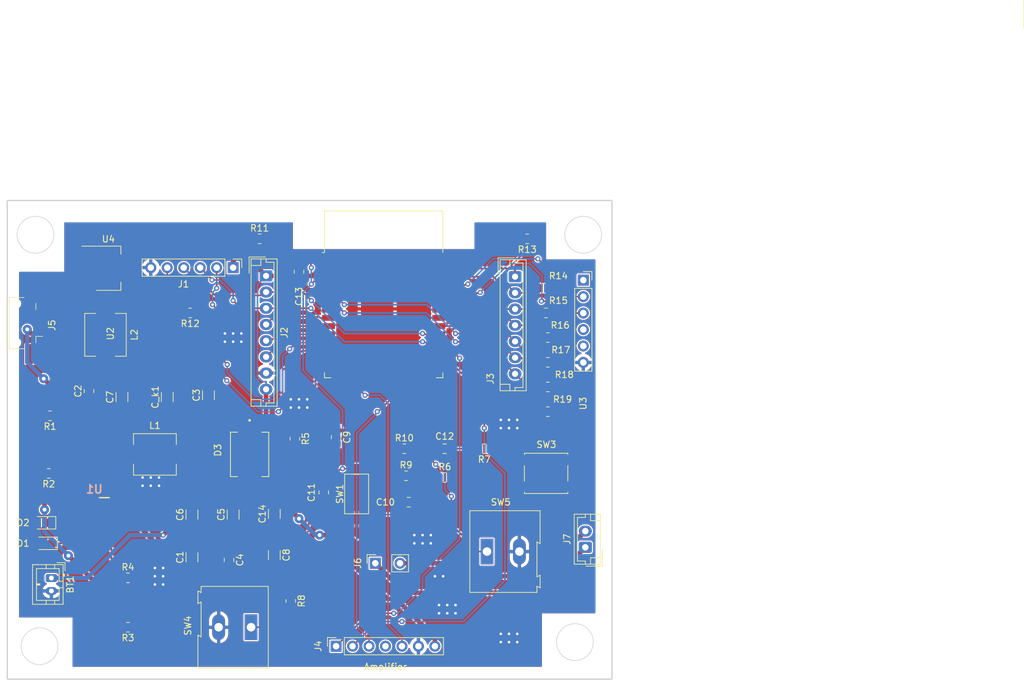
<source format=kicad_pcb>
(kicad_pcb (version 20211014) (generator pcbnew)
  (layers (0 "F.Cu" signal) (31 "B.Cu" signal) (34 "B.Paste" user) (35 "F.Paste" user) (36 "B.SilkS" user "B.Silkscreen") (37 "F.SilkS" user "F.Silkscreen") (38 "B.Mask" user) (39 "F.Mask" user) (44 "Edge.Cuts" user))
  (net 0 "")
  (net 1 "+5V")
  (net 2 "GND")
  (net 3 "/BW")
  (net 4 "/FW")
  (net 5 "+3V3")
  (net 6 "Net-(D1-Pad1)")
  (net 7 "Net-(D1-Pad2)")
  (net 8 "Net-(D2-Pad1)")
  (net 9 "Net-(R7-Pad1)")
  (net 12 "/EN")
  (net 13 "/Prom")
  (net 14 "/MOSI")
  (net 15 "/SDCS")
  (net 16 "/SCK")
  (net 24 "/D{slash}C")
  (net 25 "/Rst_d")
  (net 26 "/CS")
  (net 27 "/SDMISO")
  (net 29 "/T1")
  (net 30 "/T2")
  (net 31 "/T3")
  (net 32 "/T4")
  (net 33 "/T5")
  (net 34 "/T6")
  (net 35 "/I2S_DIN")
  (net 36 "/I2S_CLK")
  (net 37 "/I2S_WS")
  (net 38 "/Power/D-")
  (net 39 "/Power/D+")
  (net 41 "Net-(R4-Pad1)")
  (net 42 "Net-(R8-Pad2)")
  (net 43 "Net-(R10-Pad2)")
  (net 44 "/TX_D0")
  (net 45 "/RX_D0")
  (net 46 "/T7")
  (net 47 "/Power/5V_USB")
  (net 48 "Net-(J5-Pad6)")
  (net 49 "Net-(BT1-Pad1)")
  (net 53 "Net-(C1-Pad1)")
  (net 54 "/Power/5V")
  (net 55 "/I2S_SD")
  (net 57 "Net-(J6-Pad1)")
  (net 58 "Net-(J6-Pad2)")
  (footprint "Capacitor_SMD:C_0805_2012Metric_Pad1.18x1.45mm_HandSolder" (layer "F.Cu") (at 86.36 91.5725 -90)
    (fp_text reference "C9")
    (fp_text value "100n")
  )
  (footprint "Capacitor_SMD:C_0805_2012Metric_Pad1.18x1.45mm_HandSolder" (layer "F.Cu") (at 48.26 84.455 90)
    (fp_text reference "C2")
    (fp_text value "0.1u")
  )
  (footprint "Package_TO_SOT_SMD:SOT-223-3_TabPin2" (layer "F.Cu") (at 51.2576 65.4952)
    (fp_text reference "U4")
    (fp_text value "AMS1117-3.3")
  )
  (footprint "Resistor_SMD:R_0805_2012Metric_Pad1.20x1.40mm_HandSolder" (layer "F.Cu") (at 74.565 60.96)
    (fp_text reference "R11")
    (fp_text value "10k")
  )
  (footprint "Resistor_SMD:R_0805_2012Metric_Pad1.20x1.40mm_HandSolder" (layer "F.Cu") (at 97.155 97.52)
    (fp_text reference "R9")
    (fp_text value "51k")
  )
  (footprint "TerminalBlock:TerminalBlock_Altech_AK300-2_P5.00mm" (layer "F.Cu") (at 109.63 109.22)
    (fp_text reference "SW5")
    (fp_text value "FW")
  )
  (footprint "Connector_PinSocket_2.54mm:PinSocket_1x07_P2.54mm_Vertical" (layer "F.Cu") (at 86.36 123.825 90)
    (fp_text reference "J4")
    (fp_text value "Conn_audio")
  )
  (footprint "Resistor_SMD:R_0805_2012Metric_Pad1.20x1.40mm_HandSolder" (layer "F.Cu") (at 103.14 97.79)
    (fp_text reference "R6")
    (fp_text value "10k")
  )
  (footprint "Resistor_SMD:R_0805_2012Metric_Pad1.20x1.40mm_HandSolder" (layer "F.Cu") (at 109.22 93.345 180)
    (fp_text reference "R7")
    (fp_text value "470")
  )
  (footprint "Connector_PinHeader_2.54mm:PinHeader_1x06_P2.54mm_Vertical" (layer "F.Cu") (at 70.485 65.405 -90)
    (fp_text reference "J1")
    (fp_text value "Conn_display2")
  )
  (footprint "Connector_PinSocket_2.54mm:PinSocket_1x02_P2.54mm_Vertical" (layer "F.Cu") (at 93.6752 111.0234 90)
    (fp_text reference "J6")
    (fp_text value "Salida_amp")
  )
  (footprint "Capacitor_SMD:C_0805_2012Metric_Pad1.18x1.45mm_HandSolder" (layer "F.Cu") (at 84.455 100.0975 -90)
    (fp_text reference "C11")
    (fp_text value "100n")
  )
  (footprint "Capacitor_SMD:C_0805_2012Metric_Pad1.18x1.45mm_HandSolder" (layer "F.Cu") (at 103.1025 93.345 180)
    (fp_text reference "C12")
    (fp_text value "100n")
  )
  (footprint "LED_SMD:LED_0805_2012Metric_Pad1.15x1.40mm_HandSolder" (layer "F.Cu") (at 41.52 107.95 180)
    (fp_text reference "D1")
    (fp_text value "Green")
  )
  (footprint "Resistor_SMD:R_0805_2012Metric_Pad1.20x1.40mm_HandSolder" (layer "F.Cu") (at 63.865 72.39 180)
    (fp_text reference "R12")
    (fp_text value "5.1k")
  )
  (footprint "Resistor_SMD:R_0805_2012Metric_Pad1.20x1.40mm_HandSolder" (layer "F.Cu") (at 42.2525 88.265 180)
    (fp_text reference "R1")
    (fp_text value "1")
  )
  (footprint "Resistor_SMD:R_0805_2012Metric_Pad1.20x1.40mm_HandSolder" (layer "F.Cu") (at 54.2675 120.895 180)
    (fp_text reference "R3")
    (fp_text value "1k")
  )
  (footprint "Capacitor_SMD:C_0805_2012Metric_Pad1.18x1.45mm_HandSolder" (layer "F.Cu") (at 69.85 110.5075 -90)
    (fp_text reference "C4")
    (fp_text value "0.1u")
  )
  (footprint "LED_SMD:LED_0805_2012Metric_Pad1.15x1.40mm_HandSolder" (layer "F.Cu") (at 41.275 104.775 180)
    (fp_text reference "D2")
    (fp_text value "Red")
  )
  (footprint "TerminalBlock:TerminalBlock_Altech_AK300-2_P5.00mm" (layer "F.Cu") (at 73.25 120.895 180)
    (fp_text reference "SW4")
    (fp_text value "BW")
  )
  (footprint "Capacitor_SMD:C_1206_3216Metric_Pad1.33x1.80mm_HandSolder" (layer "F.Cu") (at 76.835 109.7575 -90)
    (fp_text reference "C8")
    (fp_text value "22u")
  )
  (footprint "Capacitor_SMD:C_1206_3216Metric_Pad1.33x1.80mm_HandSolder" (layer "F.Cu") (at 70.485 103.505 90)
    (fp_text reference "C5")
    (fp_text value "22u")
  )
  (footprint "Capacitor_SMD:C_0805_2012Metric_Pad1.18x1.45mm_HandSolder" (layer "F.Cu") (at 80.645 66.04 -90)
    (fp_text reference "C13")
    (fp_text value "100n")
  )
  (footprint "Connector_JST:JST_EH_B8B-EH-A_1x08_P2.50mm_Vertical" (layer "F.Cu") (at 75.565 66.675 -90)
    (fp_text reference "J2")
    (fp_text value "Conn_display_2")
  )
  (footprint "Capacitor_SMD:C_1206_3216Metric_Pad1.33x1.80mm_HandSolder" (layer "F.Cu") (at 64.135 103.505 90)
    (fp_text reference "C6")
    (fp_text value "22u")
  )
  (footprint "Resistor_SMD:R_0805_2012Metric_Pad1.20x1.40mm_HandSolder" (layer "F.Cu") (at 80.01 91.805 -90)
    (fp_text reference "R5")
    (fp_text value "51k")
  )
  (footprint "Connector_JST:JST_EH_B7B-EH-A_1x07_P2.50mm_Vertical" (layer "F.Cu") (at 113.965 66.795 -90)
    (fp_text reference "J3")
    (fp_text value "Conn_teclado")
  )
  (footprint "Resistor_SMD:R_0805_2012Metric_Pad1.20x1.40mm_HandSolder" (layer "F.Cu") (at 42.0525 97.155 180)
    (fp_text reference "R2")
    (fp_text value "1")
  )
  (footprint "Resistor_SMD:R_0805_2012Metric_Pad1.20x1.40mm_HandSolder" (layer "F.Cu") (at 119.015 87.63 180)
    (fp_text reference "R19")
    (fp_text value "5.1k")
  )
  (footprint "Resistor_SMD:R_0805_2012Metric_Pad1.20x1.40mm_HandSolder" (layer "F.Cu") (at 79.375 116.84 -90)
    (fp_text reference "R8")
    (fp_text value "5.1k")
  )
  (footprint "Button_Switch_SMD:SW_SPST_EVQQ2" (layer "F.Cu") (at 118.745 97.155)
    (fp_text reference "SW3")
    (fp_text value "SW_Push")
  )
  (footprint "Resistor_SMD:R_0805_2012Metric_Pad1.20x1.40mm_HandSolder" (layer "F.Cu") (at 119.015 76.2 180)
    (fp_text reference "R16")
    (fp_text value "5.1k")
  )
  (footprint "RF_Module:ESP32-WROOM-32" (layer "F.Cu") (at 93.6988 72.522)
    (fp_text reference "U2")
    (fp_text value "ESP32-WROOM-32")
  )
  (footprint "Inductor_SMD:L_6.3x6.3_H3" (layer "F.Cu") (at 58.42 94.225)
    (fp_text reference "L1")
    (fp_text value "10u")
  )
  (footprint "Capacitor_SMD:C_1206_3216Metric_Pad1.33x1.80mm_HandSolder" (layer "F.Cu") (at 76.835 103.4075 90)
    (fp_text reference "C14")
    (fp_text value "10u")
  )
  (footprint "Resistor_SMD:R_0805_2012Metric_Pad1.20x1.40mm_HandSolder" (layer "F.Cu") (at 118.745 72.39 180)
    (fp_text reference "R15")
    (fp_text value "5.1k")
  )
  (footprint "Connector_PinSocket_2.54mm:PinSocket_1x06_P2.54mm_Vertical" (layer "F.Cu") (at 124.485 67.335)
    (fp_text reference "U3")
    (fp_text value "FT232")
  )
  (footprint "Capacitor_SMD:C_0805_2012Metric_Pad1.18x1.45mm_HandSolder" (layer "F.Cu") (at 97.5575 101.6 180)
    (fp_text reference "C10")
    (fp_text value "100n")
  )
  (footprint "KiCad:TP5410" (layer "F.Cu") (at 53.34 103.505)
    (fp_text reference "U1")
    (fp_text value "Tp5400" hide)
  )
  (footprint "Connector_JST:JST_EH_B2B-EH-A_1x02_P2.50mm_Vertical" (layer "F.Cu") (at 124.795 108.565 90)
    (fp_text reference "J7")
    (fp_text value "Entrada_buzzer")
  )
  (footprint "Connector_USB:USB_Mini-B_AdamTech_MUSB-B5-S-VT-TSMT-1_SMD_Vertical" (layer "F.Cu") (at 38.92 73.965 180)
    (fp_text reference "J5")
    (fp_text value "USB_B_Mini")
  )
  (footprint "SS32:SS32" (layer "F.Cu") (at 73.025 94.225 -90)
    (fp_text reference "D3")
    (fp_text value "SS32")
  )
  (footprint "Resistor_SMD:R_0805_2012Metric_Pad1.20x1.40mm_HandSolder" (layer "F.Cu") (at 119.015 80.01 180)
    (fp_text reference "R17")
    (fp_text value "5.1k")
  )
  (footprint "Resistor_SMD:R_0805_2012Metric_Pad1.20x1.40mm_HandSolder" (layer "F.Cu") (at 119.015 83.82 180)
    (fp_text reference "R18")
    (fp_text value "5.1k")
  )
  (footprint "Resistor_SMD:R_0805_2012Metric_Pad1.20x1.40mm_HandSolder" (layer "F.Cu") (at 54.2675 113.275)
    (fp_text reference "R4")
    (fp_text value "1.1k")
  )
  (footprint "Connector_JST:JST_PH_B2B-PH-K_1x02_P2.00mm_Vertical" (layer "F.Cu") (at 42.46 113.3 -90)
    (fp_text reference "BT1")
    (fp_text value "Battery_Cell")
  )
  (footprint "Resistor_SMD:R_0805_2012Metric_Pad1.20x1.40mm_HandSolder" (layer "F.Cu") (at 96.885 93.345)
    (fp_text reference "R10")
    (fp_text value "5.1k")
  )
  (footprint "Resistor_SMD:R_0805_2012Metric_Pad1.20x1.40mm_HandSolder" (layer "F.Cu") (at 115.84 60.96 180)
    (fp_text reference "R13")
    (fp_text value "5.1k")
  )
  (footprint "Capacitor_SMD:C_1206_3216Metric_Pad1.33x1.80mm_HandSolder" (layer "F.Cu") (at 64.135 110.1 90)
    (fp_text reference "C1")
    (fp_text value "10u")
  )
  (footprint "Resistor_SMD:R_0805_2012Metric_Pad1.20x1.40mm_HandSolder" (layer "F.Cu") (at 118.38 68.58 180)
    (fp_text reference "R14")
    (fp_text value "5.1k")
  )
  (footprint "Inductor_SMD:L_6.3x6.3_H3" (layer "F.Cu") (at 50.8 75.775 -90)
    (fp_text reference "L2")
    (fp_text value "33u")
  )
  (footprint "Capacitor_SMD:C_1206_3216Metric_Pad1.33x1.80mm_HandSolder" (layer "F.Cu") (at 53.34 85.3825 90)
    (fp_text reference "C7")
    (fp_text value "22u")
  )
  (footprint "Button_Switch_SMD:SW_SPST_CK_RS282G05A3" (layer "F.Cu") (at 89.535 100.33 90)
    (fp_text reference "SW1")
    (fp_text value "SW_Push")
  )
  (footprint "Capacitor_SMD:C_1206_3216Metric_Pad1.33x1.80mm_HandSolder" (layer "F.Cu") (at 66.675 85.09 90)
    (fp_text reference "C3")
    (fp_text value "47u")
  )
  (footprint "Capacitor_SMD:C_1206_3216Metric_Pad1.33x1.80mm_HandSolder" (layer "F.Cu") (at 60.325 85.3825 90)
    (fp_text reference "C_k1")
    (fp_text value "10u")
  )
  (gr_line (start 192.404194 24.15) (end 192.404194 28.468) (layer "F.SilkS") (width 0.1))
  (gr_rect (start 35.655 55.04) (end 128.905 128.905) (layer "Edge.Cuts") (width 0.2) (fill none))
  (gr_circle (center 124.46 60.325) (end 127 61.595) (layer "Edge.Cuts") (width 0.1) (fill none))
  (gr_circle (center 123.19 123.19) (end 125.73 124.46) (layer "Edge.Cuts") (width 0.1) (fill none))
  (gr_circle (center 40.64 123.825) (end 38.1 125.095) (layer "Edge.Cuts") (width 0.1) (fill none))
  (gr_circle (center 40.005 60.325) (end 37.465 61.595) (layer "Edge.Cuts") (width 0.1) (fill none))
  (gr_text "Amplifier" (at 93.98 127) (layer "F.SilkS") (effects (font (size 1 1))))
  (segment (start 50.628 101.6) (end 50.8 101.6) (width 0.25) (layer "F.Cu") (net 1))
  (segment (start 50.8 101.6) (end 51.435 100.965) (width 0.25) (layer "F.Cu") (net 1))
  (segment (start 53.34 71.12) (end 53.34 79.8474) (width 0.7) (layer "F.Cu") (net 1))
  (segment (start 53.34 86.945) (end 51.7125 85.3175) (width 0.7) (layer "F.Cu") (net 1))
  (segment (start 66.675 86.6525) (end 60.6175 86.6525) (width 0.7) (layer "F.Cu") (net 1))
  (segment (start 70.8175 90.795) (end 66.675 86.6525) (width 0.7) (layer "F.Cu") (net 1))
  (segment (start 60.325 86.945) (end 53.34 86.945) (width 0.7) (layer "F.Cu") (net 1))
  (segment (start 51.435 88.85) (end 53.34 86.945) (width 0.7) (layer "F.Cu") (net 1))
  (segment (start 60.6175 86.6525) (end 60.325 86.945) (width 0.25) (layer "F.Cu") (net 1))
  (segment (start 52.07 69.85) (end 53.34 71.12) (width 0.7) (layer "F.Cu") (net 1))
  (segment (start 51.435 100.965) (end 51.435 88.85) (width 0.7) (layer "F.Cu") (net 1))
  (segment (start 48.1076 67.7952) (end 48.1076 69.0626) (width 0.7) (layer "F.Cu") (net 1))
  (segment (start 50.165 84.2629) (end 51.2196 85.3175) (width 0.7) (layer "F.Cu") (net 1))
  (segment (start 53.34 79.8474) (end 50.165 83.0224) (width 0.7) (layer "F.Cu") (net 1))
  (segment (start 48.895 69.85) (end 52.07 69.85) (width 0.7) (layer "F.Cu") (net 1))
  (segment (start 51.2196 85.3175) (end 48.26 85.3175) (width 0.7) (layer "F.Cu") (net 1))
  (segment (start 73.025 90.795) (end 70.8175 90.795) (width 0.7) (layer "F.Cu") (net 1))
  (segment (start 50.165 83.0224) (end 50.165 84.2629) (width 0.7) (layer "F.Cu") (net 1))
  (segment (start 48.1076 69.0626) (end 48.895 69.85) (width 0.7) (layer "F.Cu") (net 1))
  (segment (start 51.7125 85.3175) (end 51.2196 85.3175) (width 0.7) (layer "F.Cu") (net 1))
  (via (at 80.645 85.725) (size 0.8) (drill 0.4) (layers "F.Cu" "B.Cu") (net 2))
  (via (at 71.755 76.835) (size 0.8) (drill 0.4) (layers "F.Cu" "B.Cu") (net 2))
  (via (at 103.505 117.475) (size 0.8) (drill 0.4) (layers "F.Cu" "B.Cu") (net 2))
  (via (at 100.965 107.95) (size 0.8) (drill 0.4) (layers "F.Cu" "B.Cu") (net 2))
  (via (at 104.775 117.475) (size 0.8) (drill 0.4) (layers "F.Cu" "B.Cu") (net 2))
  (via (at 58.42 113.03) (size 0.8) (drill 0.4) (layers "F.Cu" "B.Cu") (net 2))
  (via (at 57.785 97.79) (size 0.8) (drill 0.4) (layers "F.Cu" "B.Cu") (net 2))
  (via (at 70.485 76.835) (size 0.8) (drill 0.4) (layers "F.Cu" "B.Cu") (net 2))
  (via (at 56.515 97.79) (size 0.8) (drill 0.4) (layers "F.Cu" "B.Cu") (net 2))
  (via (at 59.69 114.3) (size 0.8) (drill 0.4) (layers "F.Cu" "B.Cu") (net 2))
  (via (at 98.425 106.68) (size 0.8) (drill 0.4) (layers "F.Cu" "B.Cu") (net 2))
  (via (at 100.965 106.68) (size 0.8) (drill 0.4) (layers "F.Cu" "B.Cu") (net 2))
  (via (at 99.695 107.95) (size 0.8) (drill 0.4) (layers "F.Cu" "B.Cu") (net 2))
  (via (at 70.485 75.565) (size 0.8) (drill 0.4) (layers "F.Cu" "B.Cu") (net 2))
  (via (at 79.375 86.995) (size 0.8) (drill 0.4) (layers "F.Cu" "B.Cu") (net 2))
  (via (at 114.3 88.9) (size 0.8) (drill 0.4) (layers "F.Cu" "B.Cu") (net 2))
  (via (at 81.915 86.995) (size 0.8) (drill 0.4) (layers "F.Cu" "B.Cu") (net 2))
  (via (at 58.42 114.3) (size 0.8) (drill 0.4) (layers "F.Cu" "B.Cu") (net 2))
  (via (at 99.695 106.68) (size 0.8) (drill 0.4) (layers "F.Cu" "B.Cu") (net 2))
  (via (at 102.87 113.03) (size 0.8) (drill 0.4) (layers "F.Cu" "B.Cu") (net 2))
  (via (at 103.505 118.745) (size 0.8) (drill 0.4) (layers "F.Cu" "B.Cu") (net 2))
  (via (at 98.425 107.95) (size 0.8) (drill 0.4) (layers "F.Cu" "B.Cu") (net 2))
  (via (at 81.915 85.725) (size 0.8) (drill 0.4) (layers "F.Cu" "B.Cu") (net 2))
  (via (at 101.6 113.03) (size 0.8) (drill 0.4) (layers "F.Cu" "B.Cu") (net 2))
  (via (at 104.775 118.745) (size 0.8) (drill 0.4) (layers "F.Cu" "B.Cu") (net 2))
  (via (at 113.03 123.19) (size 0.8) (drill 0.4) (layers "F.Cu" "B.Cu") (net 2))
  (via (at 59.69 111.76) (size 0.8) (drill 0.4) (layers "F.Cu" "B.Cu") (net 2))
  (via (at 59.055 97.79) (size 0.8) (drill 0.4) (layers "F.Cu" "B.Cu") (net 2))
  (via (at 111.76 88.9) (size 0.8) (drill 0.4) (layers "F.Cu" "B.Cu") (net 2))
  (via (at 114.3 121.92) (size 0.8) (drill 0.4) (layers "F.Cu" "B.Cu") (net 2))
  (via (at 80.645 86.995) (size 0.8) (drill 0.4) (layers "F.Cu" "B.Cu") (net 2))
  (via (at 111.76 121.92) (size 0.8) (drill 0.4) (layers "F.Cu" "B.Cu") (net 2))
  (via (at 114.3 90.17) (size 0.8) (drill 0.4) (layers "F.Cu" "B.Cu") (net 2))
  (via (at 58.42 111.76) (size 0.8) (drill 0.4) (layers "F.Cu" "B.Cu") (net 2))
  (via (at 79.375 85.725) (size 0.8) (drill 0.4) (layers "F.Cu" "B.Cu") (net 2))
  (via (at 71.755 75.565) (size 0.8) (drill 0.4) (layers "F.Cu" "B.Cu") (net 2))
  (via (at 113.03 88.9) (size 0.8) (drill 0.4) (layers "F.Cu" "B.Cu") (net 2))
  (via (at 59.69 113.03) (size 0.8) (drill 0.4) (layers "F.Cu" "B.Cu") (net 2))
  (via (at 114.3 123.19) (size 0.8) (drill 0.4) (layers "F.Cu" "B.Cu") (net 2))
  (via (at 69.215 75.565) (size 0.8) (drill 0.4) (layers "F.Cu" "B.Cu") (net 2))
  (via (at 102.235 118.745) (size 0.8) (drill 0.4) (layers "F.Cu" "B.Cu") (net 2))
  (via (at 111.76 123.19) (size 0.8) (drill 0.4) (layers "F.Cu" "B.Cu") (net 2))
  (via (at 111.76 90.17) (size 0.8) (drill 0.4) (layers "F.Cu" "B.Cu") (net 2))
  (via (at 102.235 117.475) (size 0.8) (drill 0.4) (layers "F.Cu" "B.Cu") (net 2))
  (via (at 56.515 99.06) (size 0.8) (drill 0.4) (layers "F.Cu" "B.Cu") (net 2))
  (via (at 113.03 90.17) (size 0.8) (drill 0.4) (layers "F.Cu" "B.Cu") (net 2))
  (via (at 57.785 99.06) (size 0.8) (drill 0.4) (layers "F.Cu" "B.Cu") (net 2))
  (via (at 69.215 76.835) (size 0.8) (drill 0.4) (layers "F.Cu" "B.Cu") (net 2))
  (via (at 113.03 121.92) (size 0.8) (drill 0.4) (layers "F.Cu" "B.Cu") (net 2))
  (via (at 59.055 99.06) (size 0.8) (drill 0.4) (layers "F.Cu" "B.Cu") (net 2))
  (segment (start 81.915 92.71) (end 82.13548 92.93048) (width 0.25) (layer "F.Cu") (net 3))
  (segment (start 85.1988 79.507) (end 84.323 79.507) (width 0.25) (layer "F.Cu") (net 3))
  (segment (start 82.13548 92.93048) (end 82.13548 106.020094) (width 0.25) (layer "F.Cu") (net 3))
  (segment (start 81.915 113.3) (end 79.375 115.84) (width 0.25) (layer "F.Cu") (net 3))
  (segment (start 86.36 92.61) (end 81.815 92.61) (width 0.25) (layer "F.Cu") (net 3))
  (segment (start 82.13548 106.020094) (end 81.915 106.240574) (width 0.25) (layer "F.Cu") (net 3))
  (segment (start 83.185 80.645) (end 83.185 87.63) (width 0.25) (layer "F.Cu") (net 3))
  (segment (start 81.815 92.61) (end 80.01 90.805) (width 0.25) (layer "F.Cu") (net 3))
  (segment (start 81.915 106.240574) (end 81.915 113.3) (width 0.25) (layer "F.Cu") (net 3))
  (segment (start 84.323 79.507) (end 83.185 80.645) (width 0.25) (layer "F.Cu") (net 3))
  (segment (start 83.185 87.63) (end 80.01 90.805) (width 0.25) (layer "F.Cu") (net 3))
  (segment (start 95.885 97.25) (end 95.885 93.345) (width 0.25) (layer "F.Cu") (net 4))
  (segment (start 96.52 101.6) (end 96.155 101.235) (width 0.25) (layer "F.Cu") (net 4))
  (segment (start 99.4138 89.8162) (end 99.4138 81.777) (width 0.25) (layer "F.Cu") (net 4))
  (segment (start 95.885 93.345) (end 99.4138 89.8162) (width 0.25) (layer "F.Cu") (net 4))
  (segment (start 96.155 97.52) (end 95.885 97.25) (width 0.25) (layer "F.Cu") (net 4))
  (segment (start 96.155 101.235) (end 96.155 97.52) (width 0.25) (layer "F.Cu") (net 4))
  (segment (start 80.01 103.505) (end 80.645 104.14) (width 0.7) (layer "F.Cu") (net 5))
  (segment (start 75.565 88.36) (end 75.565 84.175) (width 0.7) (layer "F.Cu") (net 5))
  (segment (start 89.535 107.95) (end 88.265 106.68) (width 0.7) (layer "F.Cu") (net 5))
  (segment (start 88.265 106.68) (end 83.82 106.68) (width 0.7) (layer "F.Cu") (net 5))
  (segment (start 75.565 66.675) (end 79.8881 66.675) (width 0.7) (layer "F.Cu") (net 5))
  (segment (start 54.4076 64.7702) (end 50.1579 64.7702) (width 0.7) (layer "F.Cu") (net 5))
  (segment (start 73.565 64.675) (end 75.565 66.675) (width 0.7) (layer "F.Cu") (net 5))
  (segment (start 93.98 103.505) (end 89.535 107.95) (width 0.25) (layer "F.Cu") (net 5))
  (segment (start 100.33 103.505) (end 93.98 103.505) (width 0.25) (layer "F.Cu") (net 5))
  (segment (start 48.1076 65.4952) (end 49.4329 65.4952) (width 0.7) (layer "F.Cu") (net 5))
  (segment (start 70.485 64.3918) (end 71.6069 63.2699) (width 0.7) (layer "F.Cu") (net 5))
  (segment (start 73.565 60.96) (end 73.565 64.675) (width 0.7) (layer "F.Cu") (net 5))
  (segment (start 50.1579 64.7702) (end 49.4329 65.4952) (width 0.7) (layer "F.Cu") (net 5))
  (segment (start 89.535 111.76) (end 94.300489 116.525489) (width 0.7) (layer "F.Cu") (net 5))
  (segment (start 82.7355 66.675) (end 83.8735 65.537) (width 0.7) (layer "F.Cu") (net 5))
  (segment (start 101.6 122.482188) (end 101.6 123.825) (width 0.7) (layer "F.Cu") (net 5))
  (segment (start 76.835 104.97) (end 80.01 101.795) (width 0.7) (layer "F.Cu") (net 5))
  (segment (start 54.4076 65.4952) (end 54.4076 64.7702) (width 0.25) (layer "F.Cu") (net 5))
  (segment (start 73.565 61.3118) (end 71.8834 62.9934) (width 0.7) (layer "F.Cu") (net 5))
  (segment (start 56.6329 63.2699) (end 54.4076 65.4952) (width 0.7) (layer "F.Cu") (net 5))
  (segment (start 79.8881 66.675) (end 80.2425 66.675) (width 0.25) (layer "F.Cu") (net 5))
  (segment (start 71.6069 63.2699) (end 56.6329 63.2699) (width 0.7) (layer "F.Cu") (net 5))
  (segment (start 98.155 97.79) (end 102.14 97.79) (width 0.25) (layer "F.Cu") (net 5))
  (segment (start 102.14 101.695) (end 100.33 103.505) (width 0.25) (layer "F.Cu") (net 5))
  (segment (start 80.2425 66.675) (end 80.645 67.0775) (width 0.25) (layer "F.Cu") (net 5))
  (segment (start 98.155 97.52) (end 98.155 97.79) (width 0.25) (layer "F.Cu") (net 5))
  (segment (start 102.14 97.79) (end 102.14 101.695) (width 0.25) (layer "F.Cu") (net 5))
  (segment (start 95.643301 116.525489) (end 101.6 122.482188) (width 0.7) (layer "F.Cu") (net 5))
  (segment (start 79.8881 66.675) (end 82.7355 66.675) (width 0.7) (layer "F.Cu") (net 5))
  (segment (start 80.01 101.795) (end 80.01 92.805) (width 0.7) (layer "F.Cu") (net 5))
  (segment (start 71.8834 62.9934) (end 71.6069 63.2699) (width 0.25) (layer "F.Cu") (net 5))
  (segment (start 85.1988 65.537) (end 83.8735 65.537) (width 0.7) (layer "F.Cu") (net 5))
  (segment (start 89.535 107.95) (end 89.535 111.76) (width 0.7) (layer "F.Cu") (net 5))
  (segment (start 70.485 65.405) (end 70.485 64.3918) (width 0.7) (layer "F.Cu") (net 5))
  (segment (start 80.01 101.795) (end 80.01 103.505) (width 0.7) (layer "F.Cu") (net 5))
  (segment (start 94.300489 116.525489) (end 95.643301 116.525489) (width 0.7) (layer "F.Cu") (net 5))
  (segment (start 80.01 92.805) (end 75.565 88.36) (width 0.7) (layer "F.Cu") (net 5))
  (segment (start 73.565 60.96) (end 73.565 61.3118) (width 0.25) (layer "F.Cu") (net 5))
  (segment (start 76.835 108.195) (end 76.835 104.97) (width 0.7) (layer "F.Cu") (net 5))
  (via (at 83.82 106.68) (size 1.4) (drill 0.6) (layers "F.Cu" "B.Cu") (net 5))
  (via (at 80.645 104.14) (size 1.4) (drill 0.6) (layers "F.Cu" "B.Cu") (net 5))
  (segment (start 74.2404 67.9996) (end 75.565 66.675) (width 0.25) (layer "B.Cu") (net 5))
  (segment (start 75.0508 82.9997) (end 74.2404 82.1893) (width 0.25) (layer "B.Cu") (net 5))
  (segment (start 83.185 106.68) (end 83.82 106.68) (width 0.7) (layer "B.Cu") (net 5))
  (segment (start 75.565 84.175) (end 75.565 82.9997) (width 0.25) (layer "B.Cu") (net 5))
  (segment (start 74.2404 82.1893) (end 74.2404 67.9996) (width 0.25) (layer "B.Cu") (net 5))
  (segment (start 75.565 82.9997) (end 75.0508 82.9997) (width 0.25) (layer "B.Cu") (net 5))
  (segment (start 80.645 104.14) (end 83.185 106.68) (width 0.7) (layer "B.Cu") (net 5))
  (segment (start 50.628 105.41) (end 49.5402 105.41) (width 0.25) (layer "F.Cu") (net 6))
  (segment (start 49.5402 105.41) (end 47.0002 107.95) (width 0.25) (layer "F.Cu") (net 6))
  (segment (start 47.0002 107.95) (end 42.545 107.95) (width 0.25) (layer "F.Cu") (net 6))
  (segment (start 40.495 109.71) (end 40.495 107.95) (width 0.25) (layer "F.Cu") (net 7))
  (segment (start 40.25 104.775) (end 40.25 107.705) (width 0.25) (layer "F.Cu") (net 7))
  (segment (start 42.545 111.76) (end 40.495 109.71) (width 0.25) (layer "F.Cu") (net 7))
  (segment (start 40.25 107.705) (end 40.495 107.95) (width 0.25) (layer "F.Cu") (net 7))
  (segment (start 43.57 111.76) (end 42.545 111.76) (width 0.25) (layer "F.Cu") (net 7))
  (segment (start 52.705 120.895) (end 43.57 111.76) (width 0.25) (layer "F.Cu") (net 7))
  (segment (start 50.628 102.87) (end 44.205 102.87) (width 0.25) (layer "F.Cu") (net 8))
  (segment (start 44.205 102.87) (end 42.3 104.775) (width 0.25) (layer "F.Cu") (net 8))
  (segment (start 122.145 95.155) (end 115.345 95.155) (width 0.25) (layer "F.Cu") (net 9))
  (segment (start 112.03 95.155) (end 110.22 93.345) (width 0.25) (layer "F.Cu") (net 9))
  (segment (start 115.345 95.155) (end 112.03 95.155) (width 0.25) (layer "F.Cu") (net 9))
  (segment (start 82.55 67.945) (end 83.688 66.807) (width 0.25) (layer "F.Cu") (net 12))
  (segment (start 82.4865 64.135) (end 82.4865 65.3415) (width 0.25) (layer "F.Cu") (net 12))
  (segment (start 87.3575 96.43) (end 87.085 96.43) (width 0.25) (layer "F.Cu") (net 12))
  (segment (start 83.688 66.807) (end 85.1988 66.807) (width 0.25) (layer "F.Cu") (net 12))
  (segment (start 89.535 96.43) (end 87.3575 96.43) (width 0.25) (layer "F.Cu") (net 12))
  (segment (start 81.788 63.4365) (end 82.4865 64.135) (width 0.25) (layer "F.Cu") (net 12))
  (segment (start 78.0415 63.4365) (end 81.788 63.4365) (width 0.25) (layer "F.Cu") (net 12))
  (segment (start 75.565 60.96) (end 78.0415 63.4365) (width 0.25) (layer "F.Cu") (net 12))
  (segment (start 87.085 96.43) (end 84.455 99.06) (width 0.25) (layer "F.Cu") (net 12))
  (segment (start 82.4865 65.3415) (end 82.55 65.405) (width 0.25) (layer "F.Cu") (net 12))
  (via (at 82.55 65.405) (size 0.8) (drill 0.4) (layers "F.Cu" "B.Cu") (net 12))
  (via (at 87.3575 96.43) (size 0.8) (drill 0.4) (layers "F.Cu" "B.Cu") (net 12))
  (via (at 82.55 67.945) (size 0.8) (drill 0.4) (layers "F.Cu" "B.Cu") (net 12))
  (segment (start 81.28 81.28) (end 87.3575 87.3575) (width 0.25) (layer "B.Cu") (net 12))
  (segment (start 81.28 69.215) (end 81.28 81.28) (width 0.25) (layer "B.Cu") (net 12))
  (segment (start 82.55 67.945) (end 82.55 65.405) (width 0.25) (layer "B.Cu") (net 12))
  (segment (start 82.55 67.945) (end 81.28 69.215) (width 0.25) (layer "B.Cu") (net 12))
  (segment (start 87.3575 87.3575) (end 87.3575 96.43) (width 0.25) (layer "B.Cu") (net 12))
  (segment (start 108.22 93.345) (end 104.14 93.345) (width 0.25) (layer "F.Cu") (net 13))
  (segment (start 103.5241 80.777) (end 103.5241 92.7291) (width 0.25) (layer "F.Cu") (net 13))
  (segment (start 104.14 97.79) (end 104.14 93.345) (width 0.25) (layer "F.Cu") (net 13))
  (segment (start 102.1988 80.777) (end 103.5241 80.777) (width 0.25) (layer "F.Cu") (net 13))
  (segment (start 103.5241 92.7291) (end 104.14 93.345) (width 0.25) (layer "F.Cu") (net 13))
  (segment (start 75.565 71.675) (end 71.675 71.675) (width 0.25) (layer "F.Cu") (net 14))
  (segment (start 75.565 71.675) (end 82.47 71.675) (width 0.25) (layer "F.Cu") (net 14))
  (segment (start 99.827 76.967) (end 99.695 76.835) (width 0.25) (layer "F.Cu") (net 14))
  (segment (start 67.2205 67.2205) (end 65.405 65.405) (width 0.25) (layer "F.Cu") (net 14))
  (segment (start 67.2205 67.31) (end 67.2205 67.2205) (width 0.25) (layer "F.Cu") (net 14))
  (segment (start 71.675 71.675) (end 70.485 70.485) (width 0.25) (layer "F.Cu") (net 14))
  (segment (start 102.1988 76.967) (end 99.827 76.967) (width 0.25) (layer "F.Cu") (net 14))
  (via (at 70.485 70.485) (size 0.8) (drill 0.4) (layers "F.Cu" "B.Cu") (net 14))
  (via (at 67.2205 67.31) (size 0.8) (drill 0.4) (layers "F.Cu" "B.Cu") (net 14))
  (via (at 82.47 71.675) (size 0.8) (drill 0.4) (layers "F.Cu" "B.Cu") (net 14))
  (via (at 99.695 76.835) (size 0.8) (drill 0.4) (layers "F.Cu" "B.Cu") (net 14))
  (segment (start 67.2205 67.31) (end 68.42125 67.31) (width 0.25) (layer "B.Cu") (net 14))
  (segment (start 87.63 76.835) (end 99.695 76.835) (width 0.25) (layer "B.Cu") (net 14))
  (segment (start 68.42125 67.31) (end 70.485 69.37375) (width 0.25) (layer "B.Cu") (net 14))
  (segment (start 82.47 71.675) (end 87.63 76.835) (width 0.25) (layer "B.Cu") (net 14))
  (segment (start 70.485 69.37375) (end 70.485 70.485) (width 0.25) (layer "B.Cu") (net 14))
  (segment (start 80.1835 76.967) (end 85.1988 76.967) (width 0.25) (layer "F.Cu") (net 15))
  (segment (start 67.945 65.405) (end 67.945 68.58) (width 0.25) (layer "F.Cu") (net 15))
  (segment (start 67.31 71.12) (end 67.945 71.755) (width 0.25) (layer "F.Cu") (net 15))
  (segment (start 67.945 78.726) (end 69.5726 80.3536) (width 0.25) (layer "F.Cu") (net 15))
  (segment (start 67.945 71.755) (end 67.945 78.726) (width 0.25) (layer "F.Cu") (net 15))
  (segment (start 79.21025 77.94025) (end 80.1835 76.967) (width 0.25) (layer "F.Cu") (net 15))
  (via (at 67.945 68.58) (size 0.8) (drill 0.4) (layers "F.Cu" "B.Cu") (net 15))
  (via (at 79.21025 77.94025) (size 0.8) (drill 0.4) (layers "F.Cu" "B.Cu") (net 15))
  (via (at 67.31 71.12) (size 0.8) (drill 0.4) (layers "F.Cu" "B.Cu") (net 15))
  (via (at 69.5726 80.3536) (size 0.8) (drill 0.4) (layers "F.Cu" "B.Cu") (net 15))
  (segment (start 76.835 85.725) (end 73.66 85.725) (width 0.25) (layer "B.Cu") (net 15))
  (segment (start 69.5726 81.6376) (end 69.5726 80.3536) (width 0.25) (layer "B.Cu") (net 15))
  (segment (start 78.105 84.455) (end 76.835 85.725) (width 0.25) (layer "B.Cu") (net 15))
  (segment (start 79.21025 77.94025) (end 78.105 79.0455) (width 0.25) (layer "B.Cu") (net 15))
  (segment (start 67.31 71.12) (end 67.31 69.215) (width 0.25) (layer "B.Cu") (net 15))
  (segment (start 67.31 69.215) (end 67.945 68.58) (width 0.25) (layer "B.Cu") (net 15))
  (segment (start 78.105 79.0455) (end 78.105 84.455) (width 0.25) (layer "B.Cu") (net 15))
  (segment (start 73.66 85.725) (end 69.5726 81.6376) (width 0.25) (layer "B.Cu") (net 15))
  (segment (start 102.1988 75.697) (end 99.827 75.697) (width 0.25) (layer "F.Cu") (net 16))
  (segment (start 75.565 69.6906) (end 67.7099 69.6906) (width 0.25) (layer "F.Cu") (net 16))
  (segment (start 99.827 75.697) (end 99.695 75.565) (width 0.25) (layer "F.Cu") (net 16))
  (segment (start 75.565 69.175) (end 81.24 69.175) (width 0.25) (layer "F.Cu") (net 16))
  (segment (start 66.481 69.021) (end 67.0403 69.021) (width 0.25) (layer "F.Cu") (net 16))
  (segment (start 62.865 65.405) (end 66.481 69.021) (width 0.25) (layer "F.Cu") (net 16))
  (segment (start 67.7099 69.6906) (end 67.0403 69.021) (width 0.25) (layer "F.Cu") (net 16))
  (segment (start 75.565 69.175) (end 75.565 69.6906) (width 0.25) (layer "F.Cu") (net 16))
  (segment (start 81.24 69.175) (end 82.55 70.485) (width 0.25) (layer "F.Cu") (net 16))
  (via (at 99.695 75.565) (size 0.8) (drill 0.4) (layers "F.Cu" "B.Cu") (net 16))
  (via (at 82.55 70.485) (size 0.8) (drill 0.4) (layers "F.Cu" "B.Cu") (net 16))
  (segment (start 87.63 75.565) (end 99.695 75.565) (width 0.25) (layer "B.Cu") (net 16))
  (segment (start 82.55 70.485) (end 87.63 75.565) (width 0.25) (layer "B.Cu") (net 16))
  (segment (start 85.1988 73.157) (end 83.8735 73.157) (width 0.25) (layer "F.Cu") (net 24))
  (segment (start 83.8735 73.157) (end 83.7162 72.9997) (width 0.25) (layer "F.Cu") (net 24))
  (segment (start 83.7162 72.9997) (end 76.7403 72.9997) (width 0.25) (layer "F.Cu") (net 24))
  (segment (start 76.7403 72.9997) (end 75.565 74.175) (width 0.25) (layer "F.Cu") (net 24))
  (segment (start 85.1988 74.427) (end 78.608 74.427) (width 0.25) (layer "F.Cu") (net 25))
  (segment (start 76.36 76.675) (end 75.565 76.675) (width 0.25) (layer "F.Cu") (net 25))
  (segment (start 78.608 74.427) (end 76.36 76.675) (width 0.25) (layer "F.Cu") (net 25))
  (segment (start 85.1988 75.697) (end 79.043 75.697) (width 0.25) (layer "F.Cu") (net 26))
  (segment (start 79.043 75.697) (end 75.565 79.175) (width 0.25) (layer "F.Cu") (net 26))
  (segment (start 60.325 73.66) (end 69.5192 82.8542) (width 0.25) (layer "F.Cu") (net 27))
  (segment (start 81.148 78.237) (end 85.1988 78.237) (width 0.25) (layer "F.Cu") (net 27))
  (segment (start 77.47 87.63) (end 78.105 86.995) (width 0.25) (layer "F.Cu") (net 27))
  (segment (start 78.105 81.28) (end 81.148 78.237) (width 0.25) (layer "F.Cu") (net 27))
  (segment (start 60.325 70.485) (end 62.23 72.39) (width 0.25) (layer "F.Cu") (net 27))
  (segment (start 60.325 65.405) (end 60.325 70.485) (width 0.25) (layer "F.Cu") (net 27))
  (segment (start 78.105 86.995) (end 78.105 81.28) (width 0.25) (layer "F.Cu") (net 27))
  (segment (start 62.23 72.39) (end 62.865 72.39) (width 0.25) (layer "F.Cu") (net 27))
  (segment (start 60.325 70.485) (end 60.325 73.66) (width 0.25) (layer "F.Cu") (net 27))
  (via (at 77.47 87.63) (size 0.8) (drill 0.4) (layers "F.Cu" "B.Cu") (net 27))
  (via (at 69.5192 82.8542) (size 0.8) (drill 0.4) (layers "F.Cu" "B.Cu") (net 27))
  (segment (start 69.5192 82.8542) (end 74.295 87.63) (width 0.25) (layer "B.Cu") (net 27))
  (segment (start 74.295 87.63) (end 77.47 87.63) (width 0.25) (layer "B.Cu") (net 27))
  (segment (start 113.965 65.832) (end 113.965 66.795) (width 0.25) (layer "F.Cu") (net 29))
  (segment (start 113.03 65.405) (end 113.162 65.537) (width 0.25) (layer "F.Cu") (net 29))
  (segment (start 114.84 60.96) (end 114.84 63.595) (width 0.25) (layer "F.Cu") (net 29))
  (segment (start 102.1988 65.537) (end 113.67 65.537) (width 0.25) (layer "F.Cu") (net 29))
  (segment (start 114.84 63.595) (end 113.03 65.405) (width 0.25) (layer "F.Cu") (net 29))
  (segment (start 113.67 65.537) (end 113.965 65.832) (width 0.25) (layer "F.Cu") (net 29))
  (segment (start 102.1988 66.807) (end 110.622 66.807) (width 0.25) (layer "F.Cu") (net 30))
  (segment (start 110.622 66.807) (end 111.125 67.31) (width 0.25) (layer "F.Cu") (net 30))
  (segment (start 113.965 69.295) (end 116.665 69.295) (width 0.25) (layer "F.Cu") (net 30))
  (segment (start 111.98 67.31) (end 113.965 69.295) (width 0.25) (layer "F.Cu") (net 30))
  (segment (start 111.125 67.31) (end 111.98 67.31) (width 0.25) (layer "F.Cu") (net 30))
  (segment (start 116.665 69.295) (end 117.38 68.58) (width 0.25) (layer "F.Cu") (net 30))
  (segment (start 113.965 71.795) (end 117.15 71.795) (width 0.25) (layer "F.Cu") (net 31))
  (segment (start 113.958 71.802) (end 113.965 71.795) (width 0.25) (layer "F.Cu") (net 31))
  (segment (start 102.1988 70.617) (end 103.5241 70.617) (width 0.25) (layer "F.Cu") (net 31))
  (segment (start 104.7091 71.802) (end 113.958 71.802) (width 0.25) (layer "F.Cu") (net 31))
  (segment (start 103.5241 70.617) (end 104.7091 71.802) (width 0.25) (layer "F.Cu") (net 31))
  (segment (start 117.15 71.795) (end 117.745 72.39) (width 0.25) (layer "F.Cu") (net 31))
  (segment (start 112.827 73.157) (end 113.965 74.295) (width 0.25) (layer "F.Cu") (net 32))
  (segment (start 116.11 74.295) (end 118.015 76.2) (width 0.25) (layer "F.Cu") (net 32))
  (segment (start 113.965 74.295) (end 116.11 74.295) (width 0.25) (layer "F.Cu") (net 32))
  (segment (start 102.1988 73.157) (end 112.827 73.157) (width 0.25) (layer "F.Cu") (net 32))
  (segment (start 117.18 80.01) (end 118.015 80.01) (width 0.25) (layer "F.Cu") (net 33))
  (segment (start 102.1988 74.427) (end 111.597 74.427) (width 0.25) (layer "F.Cu") (net 33))
  (segment (start 111.597 74.427) (end 117.18 80.01) (width 0.25) (layer "F.Cu") (net 33))
  (segment (start 117.745 83.82) (end 117.745 82.112) (width 0.25) (layer "F.Cu") (net 34))
  (segment (start 85.1988 70.617) (end 87.127 70.617) (width 0.25) (layer "F.Cu") (net 34))
  (segment (start 113.965 79.295) (end 110.235 75.565) (width 0.25) (layer "F.Cu") (net 34))
  (segment (start 87.127 70.617) (end 87.63 71.12) (width 0.25) (layer "F.Cu") (net 34))
  (segment (start 114.928 79.295) (end 113.965 79.295) (width 0.25) (layer "F.Cu") (net 34))
  (segment (start 117.745 82.112) (end 114.928 79.295) (width 0.25) (layer "F.Cu") (net 34))
  (segment (start 110.235 75.565) (end 104.775 75.565) (width 0.25) (layer "F.Cu") (net 34))
  (via (at 104.775 75.565) (size 0.8) (drill 0.4) (layers "F.Cu" "B.Cu") (net 34))
  (via (at 87.63 71.12) (size 0.8) (drill 0.4) (layers "F.Cu" "B.Cu") (net 34))
  (segment (start 87.63 71.12) (end 100.33 71.12) (width 0.25) (layer "B.Cu") (net 34))
  (segment (start 100.33 71.12) (end 104.775 75.565) (width 0.25) (layer "B.Cu") (net 34))
  (segment (start 98.1438 82.8312) (end 98.1438 81.777) (width 0.25) (layer "F.Cu") (net 35))
  (segment (start 96.0387 84.455) (end 96.52 84.455) (width 0.25) (layer "F.Cu") (net 35))
  (segment (start 92.8637 87.63) (end 96.0387 84.455) (width 0.25) (layer "F.Cu") (net 35))
  (segment (start 92.71 87.63) (end 92.8637 87.63) (width 0.25) (layer "F.Cu") (net 35))
  (segment (start 96.52 84.455) (end 98.1438 82.8312) (width 0.25) (layer "F.Cu") (net 35))
  (via (at 92.71 87.63) (size 0.8) (drill 0.4) (layers "F.Cu" "B.Cu") (net 35))
  (segment (start 89.535 90.9587) (end 89.535 120.7447) (width 0.25) (layer "B.Cu") (net 35))
  (segment (start 91.44 122.6497) (end 91.44 123.825) (width 0.25) (layer "B.Cu") (net 35))
  (segment (start 92.71 87.63) (end 92.71 87.7837) (width 0.25) (layer "B.Cu") (net 35))
  (segment (start 92.71 87.7837) (end 89.535 90.9587) (width 0.25) (layer "B.Cu") (net 35))
  (segment (start 89.535 120.7447) (end 91.44 122.6497) (width 0.25) (layer "B.Cu") (net 35))
  (segment (start 103.5241 79.507) (end 109.22 85.2029) (width 0.25) (layer "F.Cu") (net 36))
  (segment (start 109.22 85.2029) (end 109.22 90.17) (width 0.25) (layer "F.Cu") (net 36))
  (segment (start 96.52 120.015) (end 92.71 120.015) (width 0.25) (layer "F.Cu") (net 36))
  (segment (start 92.71 120.015) (end 88.9 123.825) (width 0.25) (layer "F.Cu") (net 36))
  (segment (start 102.1988 79.507) (end 103.5241 79.507) (width 0.25) (layer "F.Cu") (net 36))
  (via (at 109.22 90.17) (size 0.8) (drill 0.4) (layers "F.Cu" "B.Cu") (net 36))
  (via (at 96.52 120.015) (size 0.8) (drill 0.4) (layers "F.Cu" "B.Cu") (net 36))
  (segment (start 109.22 94.0036) (end 109.22 90.17) (width 0.25) (layer "B.Cu") (net 36))
  (segment (start 112.395 113.665) (end 112.395 97.1786) (width 0.25) (layer "B.Cu") (net 36))
  (segment (start 112.395 97.1786) (end 109.22 94.0036) (width 0.25) (layer "B.Cu") (net 36))
  (segment (start 96.52 120.015) (end 106.045 120.015) (width 0.25) (layer "B.Cu") (net 36))
  (segment (start 106.045 120.015) (end 112.395 113.665) (width 0.25) (layer "B.Cu") (net 36))
  (segment (start 91.44 118.745) (end 86.36 123.825) (width 0.25) (layer "F.Cu") (net 37))
  (segment (start 105.41 79.375) (end 104.272 78.237) (width 0.25) (layer "F.Cu") (net 37))
  (segment (start 104.272 78.237) (end 102.1988 78.237) (width 0.25) (layer "F.Cu") (net 37))
  (segment (start 95.25 118.745) (end 91.44 118.745) (width 0.25) (layer "F.Cu") (net 37))
  (via (at 105.41 79.375) (size 0.8) (drill 0.4) (layers "F.Cu" "B.Cu") (net 37))
  (via (at 95.25 118.745) (size 0.8) (drill 0.4) (layers "F.Cu" "B.Cu") (net 37))
  (segment (start 105.41 107.315) (end 105.41 79.375) (width 0.25) (layer "B.Cu") (net 37))
  (segment (start 99.695 113.03) (end 105.41 107.315) (width 0.25) (layer "B.Cu") (net 37))
  (segment (start 99.695 114.935) (end 99.695 113.03) (width 0.25) (layer "B.Cu") (net 37))
  (segment (start 95.25 118.745) (end 95.885 118.745) (width 0.25) (layer "B.Cu") (net 37))
  (segment (start 95.885 118.745) (end 99.695 114.935) (width 0.25) (layer "B.Cu") (net 37))
  (segment (start 51.7158 104.775) (end 51.0808 104.14) (width 0.25) (layer "F.Cu") (net 41))
  (segment (start 51.0808 104.14) (end 50.628 104.14) (width 0.25) (layer "F.Cu") (net 41))
  (segment (start 51.7158 112.2858) (end 51.7158 104.775) (width 0.25) (layer "F.Cu") (net 41))
  (segment (start 52.705 113.275) (end 51.7158 112.2858) (width 0.25) (layer "F.Cu") (net 41))
  (segment (start 74.5653 120.895) (end 73.25 120.895) (width 0.25) (layer "F.Cu") (net 42))
  (segment (start 74.9303 120.53) (end 74.5653 120.895) (width 0.25) (layer "F.Cu") (net 42))
  (segment (start 76.685 120.53) (end 74.9303 120.53) (width 0.25) (layer "F.Cu") (net 42))
  (segment (start 79.375 117.84) (end 76.685 120.53) (width 0.25) (layer "F.Cu") (net 42))
  (segment (start 99.3118 93.345) (end 97.885 93.345) (width 0.25) (layer "F.Cu") (net 43))
  (segment (start 101.7259 95.7591) (end 99.3118 93.345) (width 0.25) (layer "F.Cu") (net 43))
  (segment (start 104.14 100.695) (end 104.14 105.0453) (width 0.25) (layer "F.Cu") (net 43))
  (segment (start 104.14 105.0453) (end 108.3147 109.22) (width 0.25) (layer "F.Cu") (net 43))
  (segment (start 108.3147 109.22) (end 109.63 109.22) (width 0.25) (layer "F.Cu") (net 43))
  (via (at 104.14 100.695) (size 0.8) (drill 0.4) (layers "F.Cu" "B.Cu") (net 43))
  (via (at 101.7259 95.7591) (size 0.8) (drill 0.4) (layers "F.Cu" "B.Cu") (net 43))
  (segment (start 103.14 97.1732) (end 101.7259 95.7591) (width 0.25) (layer "B.Cu") (net 43))
  (segment (start 103.14 99.695) (end 103.14 97.1732) (width 0.25) (layer "B.Cu") (net 43))
  (segment (start 104.14 100.695) (end 103.14 99.695) (width 0.25) (layer "B.Cu") (net 43))
  (segment (start 106.68 67.945) (end 106.548 68.077) (width 0.25) (layer "F.Cu") (net 44))
  (segment (start 106.548 68.077) (end 102.1988 68.077) (width 0.25) (layer "F.Cu") (net 44))
  (segment (start 117.4802 64.0455) (end 123.3097 69.875) (width 0.25) (layer "F.Cu") (net 44))
  (segment (start 123.3097 69.875) (end 124.485 69.875) (width 0.25) (layer "F.Cu") (net 44))
  (segment (start 117.475 64.0455) (end 117.4802 64.0455) (width 0.25) (layer "F.Cu") (net 44))
  (via (at 117.475 64.0455) (size 0.8) (drill 0.4) (layers "F.Cu" "B.Cu") (net 44))
  (via (at 106.68 67.945) (size 0.8) (drill 0.4) (layers "F.Cu" "B.Cu") (net 44))
  (segment (start 110.5795 64.0455) (end 106.68 67.945) (width 0.25) (layer "B.Cu") (net 44))
  (segment (start 117.475 64.0455) (end 110.5795 64.0455) (width 0.25) (layer "B.Cu") (net 44))
  (segment (start 121.4745 70.5798) (end 118.0152 70.5798) (width 0.25) (layer "F.Cu") (net 45))
  (segment (start 123.3097 72.415) (end 121.4745 70.5798) (width 0.25) (layer "F.Cu") (net 45))
  (segment (start 108.453 69.347) (end 102.1988 69.347) (width 0.25) (layer "F.Cu") (net 45))
  (segment (start 124.485 72.415) (end 123.3097 72.415) (width 0.25) (layer "F.Cu") (net 45))
  (segment (start 108.585 69.215) (end 108.453 69.347) (width 0.25) (layer "F.Cu") (net 45))
  (via (at 108.585 69.215) (size 0.8) (drill 0.4) (layers "F.Cu" "B.Cu") (net 45))
  (via (at 118.0152 70.5798) (size 0.8) (drill 0.4) (layers "F.Cu" "B.Cu") (net 45))
  (segment (start 118.11 66.675) (end 118.11 70.485) (width 0.25) (layer "B.Cu") (net 45))
  (segment (start 108.585 69.215) (end 113.03 64.77) (width 0.25) (layer "B.Cu") (net 45))
  (segment (start 113.03 64.77) (end 116.205 64.77) (width 0.25) (layer "B.Cu") (net 45))
  (segment (start 118.11 70.485) (end 118.0152 70.5798) (width 0.7) (layer "B.Cu") (net 45))
  (segment (start 116.205 64.77) (end 118.11 66.675) (width 0.25) (layer "B.Cu") (net 45))
  (segment (start 114.935 84.55) (end 114.935 82.765) (width 0.25) (layer "F.Cu") (net 46))
  (segment (start 118.015 87.63) (end 114.935 84.55) (width 0.25) (layer "F.Cu") (net 46))
  (segment (start 109.005 76.835) (end 104.775 76.835) (width 0.25) (layer "F.Cu") (net 46))
  (segment (start 85.1988 71.887) (end 87.127 71.887) (width 0.25) (layer "F.Cu") (net 46))
  (segment (start 87.127 71.887) (end 87.63 72.39) (width 0.25) (layer "F.Cu") (net 46))
  (segment (start 114.935 82.765) (end 109.005 76.835) (width 0.25) (layer "F.Cu") (net 46))
  (via (at 87.63 72.39) (size 0.8) (drill 0.4) (layers "F.Cu" "B.Cu") (net 46))
  (via (at 104.775 76.835) (size 0.8) (drill 0.4) (layers "F.Cu" "B.Cu") (net 46))
  (segment (start 87.63 72.39) (end 100.33 72.39) (width 0.25) (layer "B.Cu") (net 46))
  (segment (start 100.33 72.39) (end 104.775 76.835) (width 0.25) (layer "B.Cu") (net 46))
  (segment (start 43.615 88.465) (end 43.815 88.265) (width 0.25) (layer "F.Cu") (net 47))
  (segment (start 41.275 82.55) (end 43.815 85.09) (width 0.7) (layer "F.Cu") (net 47))
  (segment (start 38.735 74.93) (end 39.37 75.565) (width 0.7) (layer "F.Cu") (net 47))
  (segment (start 43.615 97.155) (end 43.615 88.465) (width 0.7) (layer "F.Cu") (net 47))
  (segment (start 39.37 75.565) (end 40.52 75.565) (width 0.7) (layer "F.Cu") (net 47))
  (segment (start 43.815 85.09) (end 43.815 88.265) (width 0.7) (layer "F.Cu") (net 47))
  (via (at 38.735 74.93) (size 1.4) (drill 0.6) (layers "F.Cu" "B.Cu") (net 47))
  (via (at 41.275 82.55) (size 1.4) (drill 0.6) (layers "F.Cu" "B.Cu") (net 47))
  (segment (start 38.735 74.93) (end 38.735 80.01) (width 0.7) (layer "B.Cu") (net 47))
  (segment (start 38.735 80.01) (end 41.275 82.55) (width 0.7) (layer "B.Cu") (net 47))
  (segment (start 41.914 71.9497) (end 41.0843 71.12) (width 0.7) (layer "F.Cu") (net 48))
  (segment (start 40.005 71.12) (end 39.37 70.485) (width 0.7) (layer "F.Cu") (net 48))
  (segment (start 39.37 70.485) (end 39.37 69.215) (width 0.25) (layer "F.Cu") (net 48))
  (segment (start 42.545 72.5807) (end 41.914 71.9497) (width 0.7) (layer "F.Cu") (net 48))
  (segment (start 42.545 75.54) (end 42.545 72.5807) (width 0.7) (layer "F.Cu") (net 48))
  (segment (start 39.37 78.715) (end 42.545 75.54) (width 0.7) (layer "F.Cu") (net 48))
  (segment (start 49.7247 71.9497) (end 41.914 71.9497) (width 0.7) (layer "F.Cu") (net 48))
  (segment (start 50.8 73.025) (end 49.7247 71.9497) (width 0.25) (layer "F.Cu") (net 48))
  (segment (start 41.0843 71.12) (end 40.005 71.12) (width 0.7) (layer "F.Cu") (net 48))
  (segment (start 60.325 103.295) (end 60.325 95.07) (width 0.25) (layer "F.Cu") (net 49))
  (segment (start 63.2075 104.14) (end 64.135 105.0675) (width 0.7) (layer "F.Cu") (net 49))
  (segment (start 60.325 95.07) (end 61.17 94.225) (width 0.25) (layer "F.Cu") (net 49))
  (segment (start 60.325 106.045) (end 60.325 105.41) (width 0.7) (layer "F.Cu") (net 49))
  (segment (start 61.17 104.14) (end 60.325 103.295) (width 0.25) (layer "F.Cu") (net 49))
  (segment (start 69.85 105.0675) (end 70.485 105.0675) (width 0.25) (layer "F.Cu") (net 49))
  (segment (start 59.055 104.14) (end 61.17 104.14) (width 0.7) (layer "F.Cu") (net 49))
  (segment (start 57.1398 104.14) (end 59.055 104.14) (width 0.7) (layer "F.Cu") (net 49))
  (segment (start 64.135 105.0675) (end 69.85 105.0675) (width 0.7) (layer "F.Cu") (net 49))
  (segment (start 60.325 105.41) (end 59.055 104.14) (width 0.7) (layer "F.Cu") (net 49))
  (segment (start 69.85 105.0675) (end 69.85 109.645) (width 0.7) (layer "F.Cu") (net 49))
  (segment (start 59.69 106.68) (end 60.325 106.045) (width 0.7) (layer "F.Cu") (net 49))
  (segment (start 61.17 104.14) (end 63.2075 104.14) (width 0.7) (layer "F.Cu") (net 49))
  (segment (start 56.052 104.14) (end 57.1398 104.14) (width 0.25) (layer "F.Cu") (net 49))
  (via (at 59.69 106.68) (size 0.8) (drill 0.4) (layers "F.Cu" "B.Cu") (net 49))
  (segment (start 54.5982 106.68) (end 47.9782 113.3) (width 0.7) (layer "B.Cu") (net 49))
  (segment (start 59.69 106.68) (end 54.5982 106.68) (width 0.7) (layer "B.Cu") (net 49))
  (segment (start 47.9782 113.3) (end 42.46 113.3) (width 0.7) (layer "B.Cu") (net 49))
  (segment (start 54.61 119.500007) (end 55.83 120.720007) (width 0.7) (layer "F.Cu") (net 53))
  (segment (start 41.3986 98.0636) (end 40.49 97.155) (width 0.7) (layer "F.Cu") (net 53))
  (segment (start 54.61 118.11) (end 54.61 119.500007) (width 0.7) (layer "F.Cu") (net 53))
  (segment (start 55.83 120.720007) (end 55.83 120.895) (width 0.25) (layer "F.Cu") (net 53))
  (segment (start 64.135 111.76) (end 62.1602 113.7348) (width 0.7) (layer "F.Cu") (net 53))
  (segment (start 62.402 111.76) (end 64.135 111.76) (width 0.7) (layer "F.Cu") (net 53))
  (segment (start 56.052 105.41) (end 62.402 111.76) (width 0.7) (layer "F.Cu") (net 53))
  (segment (start 62.1602 114.5648) (end 55.83 120.895) (width 0.7) (layer "F.Cu") (net 53))
  (segment (start 53.975 117.475) (end 54.61 118.11) (width 0.7) (layer "F.Cu") (net 53))
  (segment (start 40.49 97.155) (end 40.49 88.465) (width 0.7) (layer "F.Cu") (net 53))
  (segment (start 40.49 88.465) (end 40.69 88.265) (width 0.25) (layer "F.Cu") (net 53))
  (segment (start 45.085 109.855) (end 52.705 117.475) (width 0.7) (layer "F.Cu") (net 53))
  (segment (start 41.3986 102.7464) (end 41.3986 98.0636) (width 0.7) (layer "F.Cu") (net 53))
  (segment (start 62.1602 113.7348) (end 62.1602 114.5648) (width 0.7) (layer "F.Cu") (net 53))
  (segment (start 52.705 117.475) (end 53.975 117.475) (width 0.7) (layer "F.Cu") (net 53))
  (via (at 41.3986 102.7464) (size 1.4) (drill 0.6) (layers "F.Cu" "B.Cu") (net 53))
  (via (at 45.085 109.855) (size 1.4) (drill 0.6) (layers "F.Cu" "B.Cu") (net 53))
  (segment (start 41.3986 106.1686) (end 41.3986 102.7464) (width 0.7) (layer "B.Cu") (net 53))
  (segment (start 45.085 109.855) (end 41.3986 106.1686) (width 0.7) (layer "B.Cu") (net 53))
  (segment (start 68.2803 91.44) (end 60.3193 91.44) (width 0.7) (layer "F.Cu") (net 54))
  (segment (start 54.61 100.158) (end 56.052 101.6) (width 0.7) (layer "F.Cu") (net 54))
  (segment (start 55.67 94.225) (end 54.645 95.25) (width 0.7) (layer "F.Cu") (net 54))
  (segment (start 57.15 93.345) (end 56.27 94.225) (width 0.7) (layer "F.Cu") (net 54))
  (segment (start 73.025 96.1847) (end 68.2803 91.44) (width 0.7) (layer "F.Cu") (net 54))
  (segment (start 56.27 94.225) (end 55.67 94.225) (width 0.25) (layer "F.Cu") (net 54))
  (segment (start 54.645 95.25) (end 54.61 95.25) (width 0.25) (layer "F.Cu") (net 54))
  (segment (start 60.3193 91.44) (end 58.4143 93.345) (width 0.7) (layer "F.Cu") (net 54))
  (segment (start 73.025 97.655) (end 73.025 96.1847) (width 0.7) (layer "F.Cu") (net 54))
  (segment (start 54.61 95.25) (end 54.61 100.158) (width 0.7) (layer "F.Cu") (net 54))
  (segment (start 58.4143 93.345) (end 57.15 93.345) (width 0.7) (layer "F.Cu") (net 54))
  (segment (start 90.8267 85.09) (end 89.2538 83.5171) (width 0.25) (layer "F.Cu") (net 55))
  (segment (start 89.2538 83.5171) (end 89.2538 81.777) (width 0.25) (layer "F.Cu") (net 55))
  (via (at 90.8267 85.09) (size 0.8) (drill 0.4) (layers "F.Cu" "B.Cu") (net 55))
  (segment (start 90.8267 85.09) (end 93.1061 85.09) (width 0.25) (layer "B.Cu") (net 55))
  (segment (start 96.52 122.6497) (end 96.52 123.825) (width 0.25) (layer "B.Cu") (net 55))
  (segment (start 93.1061 85.09) (end 94.3761 86.36) (width 0.25) (layer "B.Cu") (net 55))
  (segment (start 94.3761 120.5058) (end 96.52 122.6497) (width 0.25) (layer "B.Cu") (net 55))
  (segment (start 94.3761 86.36) (end 94.3761 120.5058) (width 0.25) (layer "B.Cu") (net 55))
  (segment (start 124.795 108.565) (end 117.79 115.57) (width 0.7) (layer "F.Cu") (net 57))
  (segment (start 96.9518 115.57) (end 92.4052 111.0234) (width 0.7) (layer "F.Cu") (net 57))
  (segment (start 117.79 115.57) (end 96.9518 115.57) (width 0.7) (layer "F.Cu") (net 57))
  (segment (start 105.164614 113.03) (end 103.158014 111.0234) (width 0.7) (layer "F.Cu") (net 58))
  (segment (start 117.83 113.03) (end 105.164614 113.03) (width 0.7) (layer "F.Cu") (net 58))
  (segment (start 124.795 106.065) (end 117.83 113.03) (width 0.7) (layer "F.Cu") (net 58))
  (segment (start 103.158014 111.0234) (end 96.2152 111.0234) (width 0.7) (layer "F.Cu") (net 58))
  (zone (net 2) (net_name "GND") (layers F&B.Cu) (connect_pads (clearance 0.2)) (min_thickness 0.254) (fill yes (thermal_gap 0.508) (thermal_bridge_width 0.508))
    (polygon (pts (xy 118.745 64.135) (xy 126.365 64.135) (xy 126.365 118.745) (xy 118.11 118.745) (xy 118.11 127) (xy 45.72 127) (xy 45.72 119.38) (xy 37.465 119.38) (xy 37.465 66.04) (xy 44.45 66.04) (xy 44.45 58.42) (xy 118.745 58.42)))
  )
)
</source>
